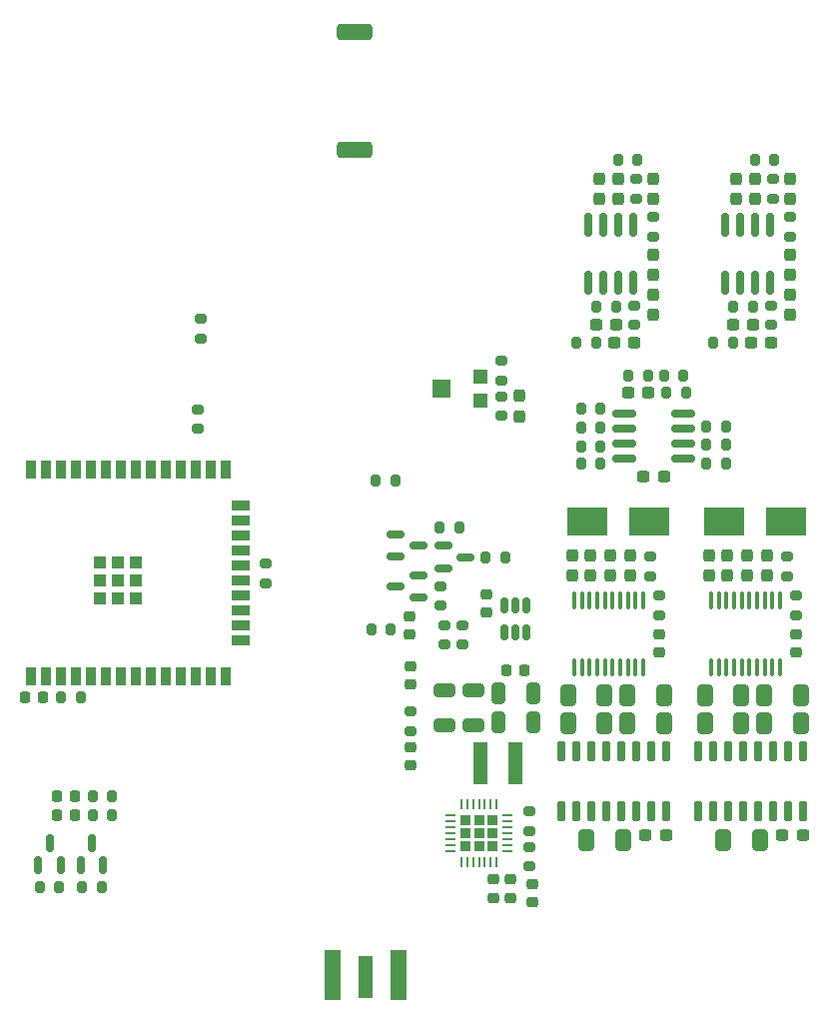
<source format=gtp>
%TF.GenerationSoftware,KiCad,Pcbnew,(6.0.11)*%
%TF.CreationDate,2023-03-05T15:40:12+01:00*%
%TF.ProjectId,OBSPro,4f425350-726f-42e6-9b69-6361645f7063,rev?*%
%TF.SameCoordinates,PX7270e00PY2255100*%
%TF.FileFunction,Paste,Top*%
%TF.FilePolarity,Positive*%
%FSLAX46Y46*%
G04 Gerber Fmt 4.6, Leading zero omitted, Abs format (unit mm)*
G04 Created by KiCad (PCBNEW (6.0.11)) date 2023-03-05 15:40:12*
%MOMM*%
%LPD*%
G01*
G04 APERTURE LIST*
G04 Aperture macros list*
%AMRoundRect*
0 Rectangle with rounded corners*
0 $1 Rounding radius*
0 $2 $3 $4 $5 $6 $7 $8 $9 X,Y pos of 4 corners*
0 Add a 4 corners polygon primitive as box body*
4,1,4,$2,$3,$4,$5,$6,$7,$8,$9,$2,$3,0*
0 Add four circle primitives for the rounded corners*
1,1,$1+$1,$2,$3*
1,1,$1+$1,$4,$5*
1,1,$1+$1,$6,$7*
1,1,$1+$1,$8,$9*
0 Add four rect primitives between the rounded corners*
20,1,$1+$1,$2,$3,$4,$5,0*
20,1,$1+$1,$4,$5,$6,$7,0*
20,1,$1+$1,$6,$7,$8,$9,0*
20,1,$1+$1,$8,$9,$2,$3,0*%
G04 Aperture macros list end*
%ADD10R,1.270000X3.600000*%
%ADD11R,1.350000X4.200000*%
%ADD12RoundRect,0.225000X0.225000X-0.225000X0.225000X0.225000X-0.225000X0.225000X-0.225000X-0.225000X0*%
%ADD13RoundRect,0.062500X0.062500X-0.337500X0.062500X0.337500X-0.062500X0.337500X-0.062500X-0.337500X0*%
%ADD14RoundRect,0.062500X0.337500X-0.062500X0.337500X0.062500X-0.337500X0.062500X-0.337500X-0.062500X0*%
%ADD15RoundRect,0.200000X-0.275000X0.200000X-0.275000X-0.200000X0.275000X-0.200000X0.275000X0.200000X0*%
%ADD16RoundRect,0.237500X0.300000X0.237500X-0.300000X0.237500X-0.300000X-0.237500X0.300000X-0.237500X0*%
%ADD17RoundRect,0.237500X-0.300000X-0.237500X0.300000X-0.237500X0.300000X0.237500X-0.300000X0.237500X0*%
%ADD18RoundRect,0.200000X0.200000X0.275000X-0.200000X0.275000X-0.200000X-0.275000X0.200000X-0.275000X0*%
%ADD19RoundRect,0.350000X1.150000X0.350000X-1.150000X0.350000X-1.150000X-0.350000X1.150000X-0.350000X0*%
%ADD20RoundRect,0.237500X-0.237500X0.300000X-0.237500X-0.300000X0.237500X-0.300000X0.237500X0.300000X0*%
%ADD21RoundRect,0.200000X-0.200000X-0.275000X0.200000X-0.275000X0.200000X0.275000X-0.200000X0.275000X0*%
%ADD22RoundRect,0.250000X0.650000X-0.325000X0.650000X0.325000X-0.650000X0.325000X-0.650000X-0.325000X0*%
%ADD23RoundRect,0.225000X0.225000X0.250000X-0.225000X0.250000X-0.225000X-0.250000X0.225000X-0.250000X0*%
%ADD24RoundRect,0.250000X0.412500X0.650000X-0.412500X0.650000X-0.412500X-0.650000X0.412500X-0.650000X0*%
%ADD25RoundRect,0.150000X-0.587500X-0.150000X0.587500X-0.150000X0.587500X0.150000X-0.587500X0.150000X0*%
%ADD26RoundRect,0.218750X-0.218750X-0.256250X0.218750X-0.256250X0.218750X0.256250X-0.218750X0.256250X0*%
%ADD27RoundRect,0.225000X-0.250000X0.225000X-0.250000X-0.225000X0.250000X-0.225000X0.250000X0.225000X0*%
%ADD28RoundRect,0.200000X0.275000X-0.200000X0.275000X0.200000X-0.275000X0.200000X-0.275000X-0.200000X0*%
%ADD29RoundRect,0.237500X0.237500X-0.300000X0.237500X0.300000X-0.237500X0.300000X-0.237500X-0.300000X0*%
%ADD30RoundRect,0.150000X0.587500X0.150000X-0.587500X0.150000X-0.587500X-0.150000X0.587500X-0.150000X0*%
%ADD31R,1.150000X3.600000*%
%ADD32RoundRect,0.150000X-0.150000X0.725000X-0.150000X-0.725000X0.150000X-0.725000X0.150000X0.725000X0*%
%ADD33RoundRect,0.218750X-0.256250X0.218750X-0.256250X-0.218750X0.256250X-0.218750X0.256250X0.218750X0*%
%ADD34RoundRect,0.218750X0.256250X-0.218750X0.256250X0.218750X-0.256250X0.218750X-0.256250X-0.218750X0*%
%ADD35RoundRect,0.225000X0.250000X-0.225000X0.250000X0.225000X-0.250000X0.225000X-0.250000X-0.225000X0*%
%ADD36RoundRect,0.100000X-0.100000X0.637500X-0.100000X-0.637500X0.100000X-0.637500X0.100000X0.637500X0*%
%ADD37R,3.500000X2.400000*%
%ADD38RoundRect,0.150000X0.150000X-0.587500X0.150000X0.587500X-0.150000X0.587500X-0.150000X-0.587500X0*%
%ADD39RoundRect,0.150000X-0.150000X0.825000X-0.150000X-0.825000X0.150000X-0.825000X0.150000X0.825000X0*%
%ADD40RoundRect,0.150000X0.825000X0.150000X-0.825000X0.150000X-0.825000X-0.150000X0.825000X-0.150000X0*%
%ADD41R,0.900000X1.500000*%
%ADD42R,1.500000X0.900000*%
%ADD43R,1.050000X1.050000*%
%ADD44RoundRect,0.150000X0.150000X-0.512500X0.150000X0.512500X-0.150000X0.512500X-0.150000X-0.512500X0*%
%ADD45RoundRect,0.250000X0.325000X0.650000X-0.325000X0.650000X-0.325000X-0.650000X0.325000X-0.650000X0*%
%ADD46R,1.200000X1.200000*%
%ADD47R,1.500000X1.600000*%
G04 APERTURE END LIST*
D10*
%TO.C,REF\u002A\u002A*%
X29900000Y-82100000D03*
D11*
X32725000Y-81900000D03*
X27075000Y-81900000D03*
%TD*%
D12*
%TO.C,U4*%
X38380000Y-69900000D03*
X39500000Y-69900000D03*
X40620000Y-69900000D03*
X39500000Y-71020000D03*
X39500000Y-68780000D03*
X40620000Y-71020000D03*
X38380000Y-71020000D03*
X38380000Y-68780000D03*
X40620000Y-68780000D03*
D13*
X38000000Y-72350000D03*
X38500000Y-72350000D03*
X39000000Y-72350000D03*
X39500000Y-72350000D03*
X40000000Y-72350000D03*
X40500000Y-72350000D03*
X41000000Y-72350000D03*
D14*
X41950000Y-71400000D03*
X41950000Y-70900000D03*
X41950000Y-70400000D03*
X41950000Y-69900000D03*
X41950000Y-69400000D03*
X41950000Y-68900000D03*
X41950000Y-68400000D03*
D13*
X41000000Y-67450000D03*
X40500000Y-67450000D03*
X40000000Y-67450000D03*
X39500000Y-67450000D03*
X39000000Y-67450000D03*
X38500000Y-67450000D03*
X38000000Y-67450000D03*
D14*
X37050000Y-68400000D03*
X37050000Y-68900000D03*
X37050000Y-69400000D03*
X37050000Y-69900000D03*
X37050000Y-70400000D03*
X37050000Y-70900000D03*
X37050000Y-71400000D03*
%TD*%
D15*
%TO.C,R52*%
X54800000Y-49775000D03*
X54800000Y-51425000D03*
%TD*%
D16*
%TO.C,C45*%
X55362500Y-70100000D03*
X53637500Y-70100000D03*
%TD*%
D17*
%TO.C,C58*%
X49437500Y-26800000D03*
X51162500Y-26800000D03*
%TD*%
D18*
%TO.C,R18*%
X3925000Y-74500000D03*
X2275000Y-74500000D03*
%TD*%
%TO.C,R30*%
X57025000Y-32600000D03*
X55375000Y-32600000D03*
%TD*%
D15*
%TO.C,R40*%
X64300000Y-25175000D03*
X64300000Y-26825000D03*
%TD*%
D19*
%TO.C,AE1*%
X29000000Y-12000000D03*
X29000000Y-2000000D03*
%TD*%
D20*
%TO.C,C56*%
X51300000Y-14437500D03*
X51300000Y-16162500D03*
%TD*%
D21*
%TO.C,R28*%
X58775000Y-38600000D03*
X60425000Y-38600000D03*
%TD*%
D22*
%TO.C,C11*%
X36600000Y-60775000D03*
X36600000Y-57825000D03*
%TD*%
D15*
%TO.C,R47*%
X64400000Y-14475000D03*
X64400000Y-16125000D03*
%TD*%
D23*
%TO.C,C20*%
X2575000Y-58420000D03*
X1025000Y-58420000D03*
%TD*%
D18*
%TO.C,R43*%
X64525000Y-12800000D03*
X62875000Y-12800000D03*
%TD*%
D24*
%TO.C,C27*%
X63362500Y-70500000D03*
X60237500Y-70500000D03*
%TD*%
D25*
%TO.C,Q4*%
X32462500Y-44550000D03*
X32462500Y-46450000D03*
X34337500Y-45500000D03*
%TD*%
D26*
%TO.C,D3*%
X3700000Y-66800000D03*
X5275000Y-66800000D03*
%TD*%
D15*
%TO.C,R44*%
X66400000Y-49775000D03*
X66400000Y-51425000D03*
%TD*%
%TO.C,R4*%
X33700000Y-59575000D03*
X33700000Y-61225000D03*
%TD*%
D27*
%TO.C,C17*%
X44000000Y-74225000D03*
X44000000Y-75775000D03*
%TD*%
D21*
%TO.C,R32*%
X48175000Y-33900000D03*
X49825000Y-33900000D03*
%TD*%
D28*
%TO.C,R54*%
X54000000Y-48125000D03*
X54000000Y-46475000D03*
%TD*%
D24*
%TO.C,C52*%
X55162500Y-58200000D03*
X52037500Y-58200000D03*
%TD*%
D17*
%TO.C,C41*%
X61037500Y-26800000D03*
X62762500Y-26800000D03*
%TD*%
D18*
%TO.C,R6*%
X32025000Y-52600000D03*
X30375000Y-52600000D03*
%TD*%
D27*
%TO.C,C19*%
X40700000Y-73825000D03*
X40700000Y-75375000D03*
%TD*%
D15*
%TO.C,R35*%
X41400000Y-29875000D03*
X41400000Y-31525000D03*
%TD*%
D21*
%TO.C,R33*%
X48175000Y-37100000D03*
X49825000Y-37100000D03*
%TD*%
D17*
%TO.C,C24*%
X53437500Y-39700000D03*
X55162500Y-39700000D03*
%TD*%
D18*
%TO.C,R29*%
X49825000Y-38600000D03*
X48175000Y-38600000D03*
%TD*%
D29*
%TO.C,C34*%
X62200000Y-48062500D03*
X62200000Y-46337500D03*
%TD*%
D15*
%TO.C,R48*%
X52700000Y-25175000D03*
X52700000Y-26825000D03*
%TD*%
D30*
%TO.C,Q6*%
X34337500Y-49950000D03*
X34337500Y-48050000D03*
X32462500Y-49000000D03*
%TD*%
D28*
%TO.C,R21*%
X15900000Y-27945000D03*
X15900000Y-26295000D03*
%TD*%
%TO.C,R46*%
X65600000Y-48125000D03*
X65600000Y-46475000D03*
%TD*%
D21*
%TO.C,R19*%
X5875000Y-74500000D03*
X7525000Y-74500000D03*
%TD*%
D16*
%TO.C,C22*%
X53862500Y-32600000D03*
X52137500Y-32600000D03*
%TD*%
D21*
%TO.C,R10*%
X30775000Y-40000000D03*
X32425000Y-40000000D03*
%TD*%
D31*
%TO.C,L2*%
X42575000Y-64000000D03*
X39625000Y-64000000D03*
%TD*%
D21*
%TO.C,R45*%
X61075000Y-25300000D03*
X62725000Y-25300000D03*
%TD*%
D18*
%TO.C,R34*%
X56825000Y-31100000D03*
X55175000Y-31100000D03*
%TD*%
D29*
%TO.C,C59*%
X48900000Y-48062500D03*
X48900000Y-46337500D03*
%TD*%
D15*
%TO.C,R39*%
X41400000Y-32875000D03*
X41400000Y-34525000D03*
%TD*%
D32*
%TO.C,U13*%
X55345000Y-62925000D03*
X54075000Y-62925000D03*
X52805000Y-62925000D03*
X51535000Y-62925000D03*
X50265000Y-62925000D03*
X48995000Y-62925000D03*
X47725000Y-62925000D03*
X46455000Y-62925000D03*
X46455000Y-68075000D03*
X47725000Y-68075000D03*
X48995000Y-68075000D03*
X50265000Y-68075000D03*
X51535000Y-68075000D03*
X52805000Y-68075000D03*
X54075000Y-68075000D03*
X55345000Y-68075000D03*
%TD*%
D29*
%TO.C,C51*%
X50600000Y-48062500D03*
X50600000Y-46337500D03*
%TD*%
D21*
%TO.C,R11*%
X4075000Y-58420000D03*
X5725000Y-58420000D03*
%TD*%
D15*
%TO.C,R55*%
X52800000Y-14475000D03*
X52800000Y-16125000D03*
%TD*%
D33*
%TO.C,D1*%
X33600000Y-51512500D03*
X33600000Y-53087500D03*
%TD*%
D21*
%TO.C,R53*%
X49475000Y-25300000D03*
X51125000Y-25300000D03*
%TD*%
D34*
%TO.C,D6*%
X66400000Y-54587500D03*
X66400000Y-53012500D03*
%TD*%
D18*
%TO.C,R8*%
X8412500Y-66800000D03*
X6762500Y-66800000D03*
%TD*%
D20*
%TO.C,C32*%
X61300000Y-14437500D03*
X61300000Y-16162500D03*
%TD*%
D24*
%TO.C,C48*%
X50162500Y-60600000D03*
X47037500Y-60600000D03*
%TD*%
D18*
%TO.C,R38*%
X53825000Y-31100000D03*
X52175000Y-31100000D03*
%TD*%
%TO.C,R42*%
X61025000Y-28300000D03*
X59375000Y-28300000D03*
%TD*%
D35*
%TO.C,C5*%
X33700000Y-57275000D03*
X33700000Y-55725000D03*
%TD*%
D21*
%TO.C,R31*%
X58775000Y-35400000D03*
X60425000Y-35400000D03*
%TD*%
D27*
%TO.C,C18*%
X42200000Y-73825000D03*
X42200000Y-75375000D03*
%TD*%
D25*
%TO.C,Q3*%
X36462500Y-45550000D03*
X36462500Y-47450000D03*
X38337500Y-46500000D03*
%TD*%
D36*
%TO.C,U12*%
X53425000Y-50137500D03*
X52775000Y-50137500D03*
X52125000Y-50137500D03*
X51475000Y-50137500D03*
X50825000Y-50137500D03*
X50175000Y-50137500D03*
X49525000Y-50137500D03*
X48875000Y-50137500D03*
X48225000Y-50137500D03*
X47575000Y-50137500D03*
X47575000Y-55862500D03*
X48225000Y-55862500D03*
X48875000Y-55862500D03*
X49525000Y-55862500D03*
X50175000Y-55862500D03*
X50825000Y-55862500D03*
X51475000Y-55862500D03*
X52125000Y-55862500D03*
X52775000Y-55862500D03*
X53425000Y-55862500D03*
%TD*%
D18*
%TO.C,R36*%
X60425000Y-37000000D03*
X58775000Y-37000000D03*
%TD*%
D15*
%TO.C,R27*%
X36200000Y-48975000D03*
X36200000Y-50625000D03*
%TD*%
D27*
%TO.C,C6*%
X33700000Y-62625000D03*
X33700000Y-64175000D03*
%TD*%
D34*
%TO.C,D7*%
X54800000Y-54587500D03*
X54800000Y-53012500D03*
%TD*%
D20*
%TO.C,C49*%
X49700000Y-14437500D03*
X49700000Y-16162500D03*
%TD*%
%TO.C,C55*%
X54300000Y-20837500D03*
X54300000Y-22562500D03*
%TD*%
D24*
%TO.C,C31*%
X61762500Y-60600000D03*
X58637500Y-60600000D03*
%TD*%
D37*
%TO.C,Y1*%
X65500000Y-43500000D03*
X60300000Y-43500000D03*
%TD*%
D28*
%TO.C,R7*%
X36600000Y-53925000D03*
X36600000Y-52275000D03*
%TD*%
D38*
%TO.C,Q2*%
X5750000Y-72637500D03*
X7650000Y-72637500D03*
X6700000Y-70762500D03*
%TD*%
D16*
%TO.C,C37*%
X64262500Y-28300000D03*
X62537500Y-28300000D03*
%TD*%
%TO.C,C28*%
X66962500Y-70100000D03*
X65237500Y-70100000D03*
%TD*%
D39*
%TO.C,U11*%
X52605000Y-18325000D03*
X51335000Y-18325000D03*
X50065000Y-18325000D03*
X48795000Y-18325000D03*
X48795000Y-23275000D03*
X50065000Y-23275000D03*
X51335000Y-23275000D03*
X52605000Y-23275000D03*
%TD*%
D18*
%TO.C,R37*%
X49825000Y-35500000D03*
X48175000Y-35500000D03*
%TD*%
D24*
%TO.C,C35*%
X66762500Y-58200000D03*
X63637500Y-58200000D03*
%TD*%
D16*
%TO.C,C54*%
X52662500Y-28300000D03*
X50937500Y-28300000D03*
%TD*%
D24*
%TO.C,C36*%
X61762500Y-58200000D03*
X58637500Y-58200000D03*
%TD*%
D40*
%TO.C,U6*%
X56775000Y-38105000D03*
X56775000Y-36835000D03*
X56775000Y-35565000D03*
X56775000Y-34295000D03*
X51825000Y-34295000D03*
X51825000Y-35565000D03*
X51825000Y-36835000D03*
X51825000Y-38105000D03*
%TD*%
D18*
%TO.C,R50*%
X49425000Y-28300000D03*
X47775000Y-28300000D03*
%TD*%
%TO.C,R1*%
X8425000Y-68400000D03*
X6775000Y-68400000D03*
%TD*%
D20*
%TO.C,C43*%
X65900000Y-14437500D03*
X65900000Y-16162500D03*
%TD*%
D28*
%TO.C,R12*%
X43800000Y-72725000D03*
X43800000Y-71075000D03*
%TD*%
D20*
%TO.C,C23*%
X42900000Y-32837500D03*
X42900000Y-34562500D03*
%TD*%
D28*
%TO.C,R20*%
X15700000Y-35645000D03*
X15700000Y-33995000D03*
%TD*%
D41*
%TO.C,U5*%
X1565000Y-56570000D03*
X2835000Y-56570000D03*
X4105000Y-56570000D03*
X5375000Y-56570000D03*
X6645000Y-56570000D03*
X7915000Y-56570000D03*
X9185000Y-56570000D03*
X10455000Y-56570000D03*
X11725000Y-56570000D03*
X12995000Y-56570000D03*
X14265000Y-56570000D03*
X15535000Y-56570000D03*
X16805000Y-56570000D03*
X18075000Y-56570000D03*
D42*
X19325000Y-53530000D03*
X19325000Y-52260000D03*
X19325000Y-50990000D03*
X19325000Y-49720000D03*
X19325000Y-48450000D03*
X19325000Y-47180000D03*
X19325000Y-45910000D03*
X19325000Y-44640000D03*
X19325000Y-43370000D03*
X19325000Y-42100000D03*
D41*
X18075000Y-39070000D03*
X16805000Y-39070000D03*
X15535000Y-39070000D03*
X14265000Y-39070000D03*
X12995000Y-39070000D03*
X11725000Y-39070000D03*
X10455000Y-39070000D03*
X9185000Y-39070000D03*
X7915000Y-39070000D03*
X6645000Y-39070000D03*
X5375000Y-39070000D03*
X4105000Y-39070000D03*
X2835000Y-39070000D03*
X1565000Y-39070000D03*
D43*
X10430000Y-46975000D03*
X10430000Y-50025000D03*
X8905000Y-46975000D03*
X10430000Y-48500000D03*
X7380000Y-50025000D03*
X8905000Y-48500000D03*
X8905000Y-50025000D03*
X7380000Y-46975000D03*
X7380000Y-48500000D03*
%TD*%
D29*
%TO.C,C57*%
X47400000Y-48062500D03*
X47400000Y-46337500D03*
%TD*%
D20*
%TO.C,C46*%
X54300000Y-24237500D03*
X54300000Y-25962500D03*
%TD*%
%TO.C,C39*%
X62900000Y-14437500D03*
X62900000Y-16162500D03*
%TD*%
D15*
%TO.C,R49*%
X54300000Y-17675000D03*
X54300000Y-19325000D03*
%TD*%
D22*
%TO.C,C10*%
X39000000Y-60775000D03*
X39000000Y-57825000D03*
%TD*%
D44*
%TO.C,U2*%
X41650000Y-52837500D03*
X42600000Y-52837500D03*
X43550000Y-52837500D03*
X43550000Y-50562500D03*
X42600000Y-50562500D03*
X41650000Y-50562500D03*
%TD*%
D20*
%TO.C,C38*%
X65900000Y-20837500D03*
X65900000Y-22562500D03*
%TD*%
D45*
%TO.C,C13*%
X44075000Y-58070000D03*
X41125000Y-58070000D03*
%TD*%
D24*
%TO.C,C53*%
X50162500Y-58200000D03*
X47037500Y-58200000D03*
%TD*%
D39*
%TO.C,U8*%
X64205000Y-18325000D03*
X62935000Y-18325000D03*
X61665000Y-18325000D03*
X60395000Y-18325000D03*
X60395000Y-23275000D03*
X61665000Y-23275000D03*
X62935000Y-23275000D03*
X64205000Y-23275000D03*
%TD*%
D38*
%TO.C,Q1*%
X2150000Y-72637500D03*
X4050000Y-72637500D03*
X3100000Y-70762500D03*
%TD*%
D26*
%TO.C,D2*%
X3712500Y-68400000D03*
X5287500Y-68400000D03*
%TD*%
D29*
%TO.C,C40*%
X59000000Y-48062500D03*
X59000000Y-46337500D03*
%TD*%
D46*
%TO.C,RV1*%
X39600000Y-33200000D03*
D47*
X36350000Y-32200000D03*
D46*
X39600000Y-31200000D03*
%TD*%
D23*
%TO.C,C14*%
X43375000Y-56100000D03*
X41825000Y-56100000D03*
%TD*%
D36*
%TO.C,U9*%
X65025000Y-50137500D03*
X64375000Y-50137500D03*
X63725000Y-50137500D03*
X63075000Y-50137500D03*
X62425000Y-50137500D03*
X61775000Y-50137500D03*
X61125000Y-50137500D03*
X60475000Y-50137500D03*
X59825000Y-50137500D03*
X59175000Y-50137500D03*
X59175000Y-55862500D03*
X59825000Y-55862500D03*
X60475000Y-55862500D03*
X61125000Y-55862500D03*
X61775000Y-55862500D03*
X62425000Y-55862500D03*
X63075000Y-55862500D03*
X63725000Y-55862500D03*
X64375000Y-55862500D03*
X65025000Y-55862500D03*
%TD*%
D29*
%TO.C,C42*%
X60500000Y-48062500D03*
X60500000Y-46337500D03*
%TD*%
D24*
%TO.C,C47*%
X55162500Y-60600000D03*
X52037500Y-60600000D03*
%TD*%
D28*
%TO.C,R17*%
X43800000Y-69725000D03*
X43800000Y-68075000D03*
%TD*%
D35*
%TO.C,C9*%
X40100000Y-51175000D03*
X40100000Y-49625000D03*
%TD*%
D29*
%TO.C,C50*%
X52300000Y-48062500D03*
X52300000Y-46337500D03*
%TD*%
D20*
%TO.C,C60*%
X54300000Y-14437500D03*
X54300000Y-16162500D03*
%TD*%
D18*
%TO.C,R51*%
X52925000Y-12800000D03*
X51275000Y-12800000D03*
%TD*%
D21*
%TO.C,R25*%
X36175000Y-44000000D03*
X37825000Y-44000000D03*
%TD*%
D24*
%TO.C,C44*%
X51762500Y-70500000D03*
X48637500Y-70500000D03*
%TD*%
%TO.C,C30*%
X66762500Y-60600000D03*
X63637500Y-60600000D03*
%TD*%
D29*
%TO.C,C33*%
X63900000Y-48062500D03*
X63900000Y-46337500D03*
%TD*%
D20*
%TO.C,C29*%
X65900000Y-24237500D03*
X65900000Y-25962500D03*
%TD*%
D45*
%TO.C,C12*%
X44075000Y-60470000D03*
X41125000Y-60470000D03*
%TD*%
D15*
%TO.C,R41*%
X65900000Y-17675000D03*
X65900000Y-19325000D03*
%TD*%
D28*
%TO.C,R24*%
X21400000Y-48725000D03*
X21400000Y-47075000D03*
%TD*%
D15*
%TO.C,R9*%
X38100000Y-52275000D03*
X38100000Y-53925000D03*
%TD*%
D18*
%TO.C,R22*%
X41725000Y-46500000D03*
X40075000Y-46500000D03*
%TD*%
D32*
%TO.C,U10*%
X66945000Y-62925000D03*
X65675000Y-62925000D03*
X64405000Y-62925000D03*
X63135000Y-62925000D03*
X61865000Y-62925000D03*
X60595000Y-62925000D03*
X59325000Y-62925000D03*
X58055000Y-62925000D03*
X58055000Y-68075000D03*
X59325000Y-68075000D03*
X60595000Y-68075000D03*
X61865000Y-68075000D03*
X63135000Y-68075000D03*
X64405000Y-68075000D03*
X65675000Y-68075000D03*
X66945000Y-68075000D03*
%TD*%
D37*
%TO.C,Y2*%
X53900000Y-43500000D03*
X48700000Y-43500000D03*
%TD*%
M02*

</source>
